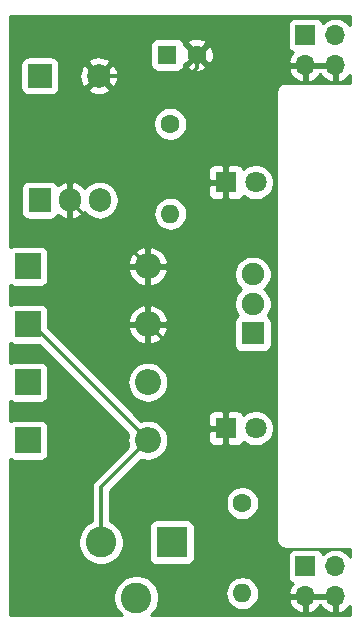
<source format=gbr>
G04 #@! TF.GenerationSoftware,KiCad,Pcbnew,(5.1.4)-1*
G04 #@! TF.CreationDate,2019-09-17T14:56:49+03:00*
G04 #@! TF.ProjectId,Project_1_Breadboard_power_supply,50726f6a-6563-4745-9f31-5f4272656164,v1*
G04 #@! TF.SameCoordinates,Original*
G04 #@! TF.FileFunction,Copper,L2,Bot*
G04 #@! TF.FilePolarity,Positive*
%FSLAX46Y46*%
G04 Gerber Fmt 4.6, Leading zero omitted, Abs format (unit mm)*
G04 Created by KiCad (PCBNEW (5.1.4)-1) date 2019-09-17 14:56:49*
%MOMM*%
%LPD*%
G04 APERTURE LIST*
%ADD10R,2.000000X2.000000*%
%ADD11C,2.000000*%
%ADD12R,1.600000X1.600000*%
%ADD13C,1.600000*%
%ADD14O,2.200000X2.200000*%
%ADD15R,2.200000X2.200000*%
%ADD16C,1.800000*%
%ADD17R,1.800000X1.800000*%
%ADD18R,2.600000X2.600000*%
%ADD19C,2.600000*%
%ADD20O,1.700000X1.700000*%
%ADD21R,1.700000X1.700000*%
%ADD22O,1.600000X1.600000*%
%ADD23R,1.900000X1.900000*%
%ADD24C,1.900000*%
%ADD25R,1.905000X2.000000*%
%ADD26O,1.905000X2.000000*%
%ADD27C,0.300000*%
%ADD28C,0.254000*%
G04 APERTURE END LIST*
D10*
X132334000Y-69977000D03*
D11*
X137334000Y-69977000D03*
D12*
X143129000Y-68199000D03*
D13*
X145629000Y-68199000D03*
D14*
X141478000Y-95927332D03*
D15*
X131318000Y-95927332D03*
D14*
X141478000Y-86106000D03*
D15*
X131318000Y-86106000D03*
X131318000Y-100838000D03*
D14*
X141478000Y-100838000D03*
D15*
X131318000Y-91016666D03*
D14*
X141478000Y-91016666D03*
D16*
X150622000Y-99822000D03*
D17*
X148082000Y-99822000D03*
X148082000Y-78994000D03*
D16*
X150622000Y-78994000D03*
D18*
X143510000Y-109474000D03*
D19*
X137510000Y-109474000D03*
X140510000Y-114174000D03*
D20*
X157353000Y-69084000D03*
X154813000Y-69084000D03*
X157353000Y-66544000D03*
D21*
X154813000Y-66544000D03*
X154813000Y-111506000D03*
D20*
X157353000Y-111506000D03*
X154813000Y-114046000D03*
X157353000Y-114046000D03*
D22*
X149479000Y-113792000D03*
D13*
X149479000Y-106172000D03*
X143383000Y-74041000D03*
D22*
X143383000Y-81661000D03*
D23*
X150368000Y-91788000D03*
D24*
X150368000Y-89288000D03*
X150368000Y-86788000D03*
D25*
X132334000Y-80518000D03*
D26*
X134874000Y-80518000D03*
X137414000Y-80518000D03*
D27*
X141478000Y-91016666D02*
X141478000Y-86106000D01*
X134874000Y-80565500D02*
X134874000Y-80518000D01*
X139314501Y-85006001D02*
X134874000Y-80565500D01*
X140378001Y-85006001D02*
X139314501Y-85006001D01*
X141478000Y-86106000D02*
X140378001Y-85006001D01*
X134874000Y-72437000D02*
X137334000Y-69977000D01*
X134874000Y-80518000D02*
X134874000Y-72437000D01*
X138748213Y-69977000D02*
X137334000Y-69977000D01*
X144982370Y-69977000D02*
X138748213Y-69977000D01*
X145629000Y-69330370D02*
X144982370Y-69977000D01*
X145629000Y-68199000D02*
X145629000Y-69330370D01*
X154813000Y-69084000D02*
X157353000Y-69084000D01*
X146514000Y-69084000D02*
X145629000Y-68199000D01*
X154813000Y-69084000D02*
X146514000Y-69084000D01*
X148082000Y-70652000D02*
X145629000Y-68199000D01*
X148082000Y-78994000D02*
X148082000Y-70652000D01*
X157353000Y-114046000D02*
X154813000Y-114046000D01*
X148082000Y-101022000D02*
X148082000Y-99822000D01*
X148082000Y-108517081D02*
X148082000Y-101022000D01*
X153610919Y-114046000D02*
X148082000Y-108517081D01*
X154813000Y-114046000D02*
X153610919Y-114046000D01*
X148082000Y-97620666D02*
X141478000Y-91016666D01*
X148082000Y-99822000D02*
X148082000Y-97620666D01*
X137510000Y-104806000D02*
X141478000Y-100838000D01*
X137510000Y-109474000D02*
X137510000Y-104806000D01*
X131656666Y-91016666D02*
X131318000Y-91016666D01*
X141478000Y-100838000D02*
X131656666Y-91016666D01*
D28*
G36*
X158598001Y-65723021D02*
G01*
X158593706Y-65714986D01*
X158408134Y-65488866D01*
X158182014Y-65303294D01*
X157924034Y-65165401D01*
X157644111Y-65080487D01*
X157425950Y-65059000D01*
X157280050Y-65059000D01*
X157061889Y-65080487D01*
X156781966Y-65165401D01*
X156523986Y-65303294D01*
X156297866Y-65488866D01*
X156273393Y-65518687D01*
X156252502Y-65449820D01*
X156193537Y-65339506D01*
X156114185Y-65242815D01*
X156017494Y-65163463D01*
X155907180Y-65104498D01*
X155787482Y-65068188D01*
X155663000Y-65055928D01*
X153963000Y-65055928D01*
X153838518Y-65068188D01*
X153718820Y-65104498D01*
X153608506Y-65163463D01*
X153511815Y-65242815D01*
X153432463Y-65339506D01*
X153373498Y-65449820D01*
X153337188Y-65569518D01*
X153324928Y-65694000D01*
X153324928Y-67394000D01*
X153337188Y-67518482D01*
X153373498Y-67638180D01*
X153432463Y-67748494D01*
X153511815Y-67845185D01*
X153608506Y-67924537D01*
X153718820Y-67983502D01*
X153799466Y-68007966D01*
X153715412Y-68083731D01*
X153541359Y-68317080D01*
X153416175Y-68579901D01*
X153371524Y-68727110D01*
X153492845Y-68957000D01*
X154686000Y-68957000D01*
X154686000Y-68937000D01*
X154940000Y-68937000D01*
X154940000Y-68957000D01*
X157226000Y-68957000D01*
X157226000Y-68937000D01*
X157480000Y-68937000D01*
X157480000Y-68957000D01*
X157500000Y-68957000D01*
X157500000Y-69211000D01*
X157480000Y-69211000D01*
X157480000Y-70404814D01*
X157709891Y-70525481D01*
X157984252Y-70428157D01*
X158234355Y-70279178D01*
X158450588Y-70084269D01*
X158598000Y-69886637D01*
X158598000Y-70587000D01*
X153067419Y-70587000D01*
X153035000Y-70583807D01*
X153002581Y-70587000D01*
X152905617Y-70596550D01*
X152781207Y-70634290D01*
X152666550Y-70695575D01*
X152566052Y-70778052D01*
X152483575Y-70878550D01*
X152422290Y-70993207D01*
X152384550Y-71117617D01*
X152371807Y-71247000D01*
X152375001Y-71279429D01*
X152375000Y-109314581D01*
X152371807Y-109347000D01*
X152384550Y-109476383D01*
X152422290Y-109600793D01*
X152483575Y-109715450D01*
X152566052Y-109815948D01*
X152666550Y-109898425D01*
X152781207Y-109959710D01*
X152905617Y-109997450D01*
X153035000Y-110010193D01*
X153067419Y-110007000D01*
X158598000Y-110007000D01*
X158598000Y-110685020D01*
X158593706Y-110676986D01*
X158408134Y-110450866D01*
X158182014Y-110265294D01*
X157924034Y-110127401D01*
X157644111Y-110042487D01*
X157425950Y-110021000D01*
X157280050Y-110021000D01*
X157061889Y-110042487D01*
X156781966Y-110127401D01*
X156523986Y-110265294D01*
X156297866Y-110450866D01*
X156273393Y-110480687D01*
X156252502Y-110411820D01*
X156193537Y-110301506D01*
X156114185Y-110204815D01*
X156017494Y-110125463D01*
X155907180Y-110066498D01*
X155787482Y-110030188D01*
X155663000Y-110017928D01*
X153963000Y-110017928D01*
X153838518Y-110030188D01*
X153718820Y-110066498D01*
X153608506Y-110125463D01*
X153511815Y-110204815D01*
X153432463Y-110301506D01*
X153373498Y-110411820D01*
X153337188Y-110531518D01*
X153324928Y-110656000D01*
X153324928Y-112356000D01*
X153337188Y-112480482D01*
X153373498Y-112600180D01*
X153432463Y-112710494D01*
X153511815Y-112807185D01*
X153608506Y-112886537D01*
X153718820Y-112945502D01*
X153799466Y-112969966D01*
X153715412Y-113045731D01*
X153541359Y-113279080D01*
X153416175Y-113541901D01*
X153371524Y-113689110D01*
X153492845Y-113919000D01*
X154686000Y-113919000D01*
X154686000Y-113899000D01*
X154940000Y-113899000D01*
X154940000Y-113919000D01*
X157226000Y-113919000D01*
X157226000Y-113899000D01*
X157480000Y-113899000D01*
X157480000Y-113919000D01*
X157500000Y-113919000D01*
X157500000Y-114173000D01*
X157480000Y-114173000D01*
X157480000Y-115366814D01*
X157709891Y-115487481D01*
X157984252Y-115390157D01*
X158234355Y-115241178D01*
X158450588Y-115046269D01*
X158598001Y-114848636D01*
X158598001Y-115672000D01*
X141748504Y-115672000D01*
X142013013Y-115407491D01*
X142224775Y-115090566D01*
X142370639Y-114738419D01*
X142445000Y-114364581D01*
X142445000Y-113983419D01*
X142406925Y-113792000D01*
X148037057Y-113792000D01*
X148064764Y-114073309D01*
X148146818Y-114343808D01*
X148280068Y-114593101D01*
X148459392Y-114811608D01*
X148677899Y-114990932D01*
X148927192Y-115124182D01*
X149197691Y-115206236D01*
X149408508Y-115227000D01*
X149549492Y-115227000D01*
X149760309Y-115206236D01*
X150030808Y-115124182D01*
X150280101Y-114990932D01*
X150498608Y-114811608D01*
X150677932Y-114593101D01*
X150779601Y-114402890D01*
X153371524Y-114402890D01*
X153416175Y-114550099D01*
X153541359Y-114812920D01*
X153715412Y-115046269D01*
X153931645Y-115241178D01*
X154181748Y-115390157D01*
X154456109Y-115487481D01*
X154686000Y-115366814D01*
X154686000Y-114173000D01*
X154940000Y-114173000D01*
X154940000Y-115366814D01*
X155169891Y-115487481D01*
X155444252Y-115390157D01*
X155694355Y-115241178D01*
X155910588Y-115046269D01*
X156083000Y-114815120D01*
X156255412Y-115046269D01*
X156471645Y-115241178D01*
X156721748Y-115390157D01*
X156996109Y-115487481D01*
X157226000Y-115366814D01*
X157226000Y-114173000D01*
X154940000Y-114173000D01*
X154686000Y-114173000D01*
X153492845Y-114173000D01*
X153371524Y-114402890D01*
X150779601Y-114402890D01*
X150811182Y-114343808D01*
X150893236Y-114073309D01*
X150920943Y-113792000D01*
X150893236Y-113510691D01*
X150811182Y-113240192D01*
X150677932Y-112990899D01*
X150498608Y-112772392D01*
X150280101Y-112593068D01*
X150030808Y-112459818D01*
X149760309Y-112377764D01*
X149549492Y-112357000D01*
X149408508Y-112357000D01*
X149197691Y-112377764D01*
X148927192Y-112459818D01*
X148677899Y-112593068D01*
X148459392Y-112772392D01*
X148280068Y-112990899D01*
X148146818Y-113240192D01*
X148064764Y-113510691D01*
X148037057Y-113792000D01*
X142406925Y-113792000D01*
X142370639Y-113609581D01*
X142224775Y-113257434D01*
X142013013Y-112940509D01*
X141743491Y-112670987D01*
X141426566Y-112459225D01*
X141074419Y-112313361D01*
X140700581Y-112239000D01*
X140319419Y-112239000D01*
X139945581Y-112313361D01*
X139593434Y-112459225D01*
X139276509Y-112670987D01*
X139006987Y-112940509D01*
X138795225Y-113257434D01*
X138649361Y-113609581D01*
X138575000Y-113983419D01*
X138575000Y-114364581D01*
X138649361Y-114738419D01*
X138795225Y-115090566D01*
X139006987Y-115407491D01*
X139271496Y-115672000D01*
X129819000Y-115672000D01*
X129819000Y-102432012D01*
X129863506Y-102468537D01*
X129973820Y-102527502D01*
X130093518Y-102563812D01*
X130218000Y-102576072D01*
X132418000Y-102576072D01*
X132542482Y-102563812D01*
X132662180Y-102527502D01*
X132772494Y-102468537D01*
X132869185Y-102389185D01*
X132948537Y-102292494D01*
X133007502Y-102182180D01*
X133043812Y-102062482D01*
X133056072Y-101938000D01*
X133056072Y-99738000D01*
X133043812Y-99613518D01*
X133007502Y-99493820D01*
X132948537Y-99383506D01*
X132869185Y-99286815D01*
X132772494Y-99207463D01*
X132662180Y-99148498D01*
X132542482Y-99112188D01*
X132418000Y-99099928D01*
X130218000Y-99099928D01*
X130093518Y-99112188D01*
X129973820Y-99148498D01*
X129863506Y-99207463D01*
X129819000Y-99243988D01*
X129819000Y-97521344D01*
X129863506Y-97557869D01*
X129973820Y-97616834D01*
X130093518Y-97653144D01*
X130218000Y-97665404D01*
X132418000Y-97665404D01*
X132542482Y-97653144D01*
X132662180Y-97616834D01*
X132772494Y-97557869D01*
X132869185Y-97478517D01*
X132948537Y-97381826D01*
X133007502Y-97271512D01*
X133043812Y-97151814D01*
X133056072Y-97027332D01*
X133056072Y-94827332D01*
X133043812Y-94702850D01*
X133007502Y-94583152D01*
X132948537Y-94472838D01*
X132869185Y-94376147D01*
X132772494Y-94296795D01*
X132662180Y-94237830D01*
X132542482Y-94201520D01*
X132418000Y-94189260D01*
X130218000Y-94189260D01*
X130093518Y-94201520D01*
X129973820Y-94237830D01*
X129863506Y-94296795D01*
X129819000Y-94333320D01*
X129819000Y-92610678D01*
X129863506Y-92647203D01*
X129973820Y-92706168D01*
X130093518Y-92742478D01*
X130218000Y-92754738D01*
X132284581Y-92754738D01*
X139828530Y-100298687D01*
X139768105Y-100497881D01*
X139734606Y-100838000D01*
X139768105Y-101178119D01*
X139828530Y-101377313D01*
X136982185Y-104223658D01*
X136952237Y-104248236D01*
X136927659Y-104278184D01*
X136927655Y-104278188D01*
X136894690Y-104318356D01*
X136854139Y-104367767D01*
X136815177Y-104440660D01*
X136781246Y-104504141D01*
X136736359Y-104652114D01*
X136721203Y-104806000D01*
X136725001Y-104844563D01*
X136725000Y-107704728D01*
X136593434Y-107759225D01*
X136276509Y-107970987D01*
X136006987Y-108240509D01*
X135795225Y-108557434D01*
X135649361Y-108909581D01*
X135575000Y-109283419D01*
X135575000Y-109664581D01*
X135649361Y-110038419D01*
X135795225Y-110390566D01*
X136006987Y-110707491D01*
X136276509Y-110977013D01*
X136593434Y-111188775D01*
X136945581Y-111334639D01*
X137319419Y-111409000D01*
X137700581Y-111409000D01*
X138074419Y-111334639D01*
X138426566Y-111188775D01*
X138743491Y-110977013D01*
X139013013Y-110707491D01*
X139224775Y-110390566D01*
X139370639Y-110038419D01*
X139445000Y-109664581D01*
X139445000Y-109283419D01*
X139370639Y-108909581D01*
X139224775Y-108557434D01*
X139013013Y-108240509D01*
X138946504Y-108174000D01*
X141571928Y-108174000D01*
X141571928Y-110774000D01*
X141584188Y-110898482D01*
X141620498Y-111018180D01*
X141679463Y-111128494D01*
X141758815Y-111225185D01*
X141855506Y-111304537D01*
X141965820Y-111363502D01*
X142085518Y-111399812D01*
X142210000Y-111412072D01*
X144810000Y-111412072D01*
X144934482Y-111399812D01*
X145054180Y-111363502D01*
X145164494Y-111304537D01*
X145261185Y-111225185D01*
X145340537Y-111128494D01*
X145399502Y-111018180D01*
X145435812Y-110898482D01*
X145448072Y-110774000D01*
X145448072Y-108174000D01*
X145435812Y-108049518D01*
X145399502Y-107929820D01*
X145340537Y-107819506D01*
X145261185Y-107722815D01*
X145164494Y-107643463D01*
X145054180Y-107584498D01*
X144934482Y-107548188D01*
X144810000Y-107535928D01*
X142210000Y-107535928D01*
X142085518Y-107548188D01*
X141965820Y-107584498D01*
X141855506Y-107643463D01*
X141758815Y-107722815D01*
X141679463Y-107819506D01*
X141620498Y-107929820D01*
X141584188Y-108049518D01*
X141571928Y-108174000D01*
X138946504Y-108174000D01*
X138743491Y-107970987D01*
X138426566Y-107759225D01*
X138295000Y-107704729D01*
X138295000Y-106030665D01*
X148044000Y-106030665D01*
X148044000Y-106313335D01*
X148099147Y-106590574D01*
X148207320Y-106851727D01*
X148364363Y-107086759D01*
X148564241Y-107286637D01*
X148799273Y-107443680D01*
X149060426Y-107551853D01*
X149337665Y-107607000D01*
X149620335Y-107607000D01*
X149897574Y-107551853D01*
X150158727Y-107443680D01*
X150393759Y-107286637D01*
X150593637Y-107086759D01*
X150750680Y-106851727D01*
X150858853Y-106590574D01*
X150914000Y-106313335D01*
X150914000Y-106030665D01*
X150858853Y-105753426D01*
X150750680Y-105492273D01*
X150593637Y-105257241D01*
X150393759Y-105057363D01*
X150158727Y-104900320D01*
X149897574Y-104792147D01*
X149620335Y-104737000D01*
X149337665Y-104737000D01*
X149060426Y-104792147D01*
X148799273Y-104900320D01*
X148564241Y-105057363D01*
X148364363Y-105257241D01*
X148207320Y-105492273D01*
X148099147Y-105753426D01*
X148044000Y-106030665D01*
X138295000Y-106030665D01*
X138295000Y-105131157D01*
X140938687Y-102487470D01*
X141137881Y-102547895D01*
X141392775Y-102573000D01*
X141563225Y-102573000D01*
X141818119Y-102547895D01*
X142145168Y-102448686D01*
X142446578Y-102287579D01*
X142710766Y-102070766D01*
X142927579Y-101806578D01*
X143088686Y-101505168D01*
X143187895Y-101178119D01*
X143221394Y-100838000D01*
X143209969Y-100722000D01*
X146543928Y-100722000D01*
X146556188Y-100846482D01*
X146592498Y-100966180D01*
X146651463Y-101076494D01*
X146730815Y-101173185D01*
X146827506Y-101252537D01*
X146937820Y-101311502D01*
X147057518Y-101347812D01*
X147182000Y-101360072D01*
X147796250Y-101357000D01*
X147955000Y-101198250D01*
X147955000Y-99949000D01*
X146705750Y-99949000D01*
X146547000Y-100107750D01*
X146543928Y-100722000D01*
X143209969Y-100722000D01*
X143187895Y-100497881D01*
X143088686Y-100170832D01*
X142927579Y-99869422D01*
X142710766Y-99605234D01*
X142446578Y-99388421D01*
X142145168Y-99227314D01*
X141818119Y-99128105D01*
X141563225Y-99103000D01*
X141392775Y-99103000D01*
X141137881Y-99128105D01*
X140938687Y-99188530D01*
X140672157Y-98922000D01*
X146543928Y-98922000D01*
X146547000Y-99536250D01*
X146705750Y-99695000D01*
X147955000Y-99695000D01*
X147955000Y-98445750D01*
X148209000Y-98445750D01*
X148209000Y-99695000D01*
X148229000Y-99695000D01*
X148229000Y-99949000D01*
X148209000Y-99949000D01*
X148209000Y-101198250D01*
X148367750Y-101357000D01*
X148982000Y-101360072D01*
X149106482Y-101347812D01*
X149226180Y-101311502D01*
X149336494Y-101252537D01*
X149433185Y-101173185D01*
X149512537Y-101076494D01*
X149571502Y-100966180D01*
X149577056Y-100947873D01*
X149643495Y-101014312D01*
X149894905Y-101182299D01*
X150174257Y-101298011D01*
X150470816Y-101357000D01*
X150773184Y-101357000D01*
X151069743Y-101298011D01*
X151349095Y-101182299D01*
X151600505Y-101014312D01*
X151814312Y-100800505D01*
X151982299Y-100549095D01*
X152098011Y-100269743D01*
X152157000Y-99973184D01*
X152157000Y-99670816D01*
X152098011Y-99374257D01*
X151982299Y-99094905D01*
X151814312Y-98843495D01*
X151600505Y-98629688D01*
X151349095Y-98461701D01*
X151069743Y-98345989D01*
X150773184Y-98287000D01*
X150470816Y-98287000D01*
X150174257Y-98345989D01*
X149894905Y-98461701D01*
X149643495Y-98629688D01*
X149577056Y-98696127D01*
X149571502Y-98677820D01*
X149512537Y-98567506D01*
X149433185Y-98470815D01*
X149336494Y-98391463D01*
X149226180Y-98332498D01*
X149106482Y-98296188D01*
X148982000Y-98283928D01*
X148367750Y-98287000D01*
X148209000Y-98445750D01*
X147955000Y-98445750D01*
X147796250Y-98287000D01*
X147182000Y-98283928D01*
X147057518Y-98296188D01*
X146937820Y-98332498D01*
X146827506Y-98391463D01*
X146730815Y-98470815D01*
X146651463Y-98567506D01*
X146592498Y-98677820D01*
X146556188Y-98797518D01*
X146543928Y-98922000D01*
X140672157Y-98922000D01*
X137677489Y-95927332D01*
X139734606Y-95927332D01*
X139768105Y-96267451D01*
X139867314Y-96594500D01*
X140028421Y-96895910D01*
X140245234Y-97160098D01*
X140509422Y-97376911D01*
X140810832Y-97538018D01*
X141137881Y-97637227D01*
X141392775Y-97662332D01*
X141563225Y-97662332D01*
X141818119Y-97637227D01*
X142145168Y-97538018D01*
X142446578Y-97376911D01*
X142710766Y-97160098D01*
X142927579Y-96895910D01*
X143088686Y-96594500D01*
X143187895Y-96267451D01*
X143221394Y-95927332D01*
X143187895Y-95587213D01*
X143088686Y-95260164D01*
X142927579Y-94958754D01*
X142710766Y-94694566D01*
X142446578Y-94477753D01*
X142145168Y-94316646D01*
X141818119Y-94217437D01*
X141563225Y-94192332D01*
X141392775Y-94192332D01*
X141137881Y-94217437D01*
X140810832Y-94316646D01*
X140509422Y-94477753D01*
X140245234Y-94694566D01*
X140028421Y-94958754D01*
X139867314Y-95260164D01*
X139768105Y-95587213D01*
X139734606Y-95927332D01*
X137677489Y-95927332D01*
X133162945Y-91412788D01*
X139788825Y-91412788D01*
X139853425Y-91625760D01*
X140003469Y-91930995D01*
X140210178Y-92201093D01*
X140465609Y-92425674D01*
X140759946Y-92596108D01*
X141081877Y-92705845D01*
X141351000Y-92588266D01*
X141351000Y-91143666D01*
X141605000Y-91143666D01*
X141605000Y-92588266D01*
X141874123Y-92705845D01*
X142196054Y-92596108D01*
X142490391Y-92425674D01*
X142745822Y-92201093D01*
X142952531Y-91930995D01*
X143102575Y-91625760D01*
X143167175Y-91412788D01*
X143049125Y-91143666D01*
X141605000Y-91143666D01*
X141351000Y-91143666D01*
X139906875Y-91143666D01*
X139788825Y-91412788D01*
X133162945Y-91412788D01*
X133056072Y-91305915D01*
X133056072Y-90620544D01*
X139788825Y-90620544D01*
X139906875Y-90889666D01*
X141351000Y-90889666D01*
X141351000Y-89445066D01*
X141605000Y-89445066D01*
X141605000Y-90889666D01*
X143049125Y-90889666D01*
X143071788Y-90838000D01*
X148779928Y-90838000D01*
X148779928Y-92738000D01*
X148792188Y-92862482D01*
X148828498Y-92982180D01*
X148887463Y-93092494D01*
X148966815Y-93189185D01*
X149063506Y-93268537D01*
X149173820Y-93327502D01*
X149293518Y-93363812D01*
X149418000Y-93376072D01*
X151318000Y-93376072D01*
X151442482Y-93363812D01*
X151562180Y-93327502D01*
X151672494Y-93268537D01*
X151769185Y-93189185D01*
X151848537Y-93092494D01*
X151907502Y-92982180D01*
X151943812Y-92862482D01*
X151956072Y-92738000D01*
X151956072Y-90838000D01*
X151943812Y-90713518D01*
X151907502Y-90593820D01*
X151848537Y-90483506D01*
X151769185Y-90386815D01*
X151672494Y-90307463D01*
X151613979Y-90276186D01*
X151772609Y-90038779D01*
X151892089Y-89750327D01*
X151953000Y-89444109D01*
X151953000Y-89131891D01*
X151892089Y-88825673D01*
X151772609Y-88537221D01*
X151599150Y-88277621D01*
X151378379Y-88056850D01*
X151350168Y-88038000D01*
X151378379Y-88019150D01*
X151599150Y-87798379D01*
X151772609Y-87538779D01*
X151892089Y-87250327D01*
X151953000Y-86944109D01*
X151953000Y-86631891D01*
X151892089Y-86325673D01*
X151772609Y-86037221D01*
X151599150Y-85777621D01*
X151378379Y-85556850D01*
X151118779Y-85383391D01*
X150830327Y-85263911D01*
X150524109Y-85203000D01*
X150211891Y-85203000D01*
X149905673Y-85263911D01*
X149617221Y-85383391D01*
X149357621Y-85556850D01*
X149136850Y-85777621D01*
X148963391Y-86037221D01*
X148843911Y-86325673D01*
X148783000Y-86631891D01*
X148783000Y-86944109D01*
X148843911Y-87250327D01*
X148963391Y-87538779D01*
X149136850Y-87798379D01*
X149357621Y-88019150D01*
X149385832Y-88038000D01*
X149357621Y-88056850D01*
X149136850Y-88277621D01*
X148963391Y-88537221D01*
X148843911Y-88825673D01*
X148783000Y-89131891D01*
X148783000Y-89444109D01*
X148843911Y-89750327D01*
X148963391Y-90038779D01*
X149122021Y-90276186D01*
X149063506Y-90307463D01*
X148966815Y-90386815D01*
X148887463Y-90483506D01*
X148828498Y-90593820D01*
X148792188Y-90713518D01*
X148779928Y-90838000D01*
X143071788Y-90838000D01*
X143167175Y-90620544D01*
X143102575Y-90407572D01*
X142952531Y-90102337D01*
X142745822Y-89832239D01*
X142490391Y-89607658D01*
X142196054Y-89437224D01*
X141874123Y-89327487D01*
X141605000Y-89445066D01*
X141351000Y-89445066D01*
X141081877Y-89327487D01*
X140759946Y-89437224D01*
X140465609Y-89607658D01*
X140210178Y-89832239D01*
X140003469Y-90102337D01*
X139853425Y-90407572D01*
X139788825Y-90620544D01*
X133056072Y-90620544D01*
X133056072Y-89916666D01*
X133043812Y-89792184D01*
X133007502Y-89672486D01*
X132948537Y-89562172D01*
X132869185Y-89465481D01*
X132772494Y-89386129D01*
X132662180Y-89327164D01*
X132542482Y-89290854D01*
X132418000Y-89278594D01*
X130218000Y-89278594D01*
X130093518Y-89290854D01*
X129973820Y-89327164D01*
X129863506Y-89386129D01*
X129819000Y-89422654D01*
X129819000Y-87700012D01*
X129863506Y-87736537D01*
X129973820Y-87795502D01*
X130093518Y-87831812D01*
X130218000Y-87844072D01*
X132418000Y-87844072D01*
X132542482Y-87831812D01*
X132662180Y-87795502D01*
X132772494Y-87736537D01*
X132869185Y-87657185D01*
X132948537Y-87560494D01*
X133007502Y-87450180D01*
X133043812Y-87330482D01*
X133056072Y-87206000D01*
X133056072Y-86502122D01*
X139788825Y-86502122D01*
X139853425Y-86715094D01*
X140003469Y-87020329D01*
X140210178Y-87290427D01*
X140465609Y-87515008D01*
X140759946Y-87685442D01*
X141081877Y-87795179D01*
X141351000Y-87677600D01*
X141351000Y-86233000D01*
X141605000Y-86233000D01*
X141605000Y-87677600D01*
X141874123Y-87795179D01*
X142196054Y-87685442D01*
X142490391Y-87515008D01*
X142745822Y-87290427D01*
X142952531Y-87020329D01*
X143102575Y-86715094D01*
X143167175Y-86502122D01*
X143049125Y-86233000D01*
X141605000Y-86233000D01*
X141351000Y-86233000D01*
X139906875Y-86233000D01*
X139788825Y-86502122D01*
X133056072Y-86502122D01*
X133056072Y-85709878D01*
X139788825Y-85709878D01*
X139906875Y-85979000D01*
X141351000Y-85979000D01*
X141351000Y-84534400D01*
X141605000Y-84534400D01*
X141605000Y-85979000D01*
X143049125Y-85979000D01*
X143167175Y-85709878D01*
X143102575Y-85496906D01*
X142952531Y-85191671D01*
X142745822Y-84921573D01*
X142490391Y-84696992D01*
X142196054Y-84526558D01*
X141874123Y-84416821D01*
X141605000Y-84534400D01*
X141351000Y-84534400D01*
X141081877Y-84416821D01*
X140759946Y-84526558D01*
X140465609Y-84696992D01*
X140210178Y-84921573D01*
X140003469Y-85191671D01*
X139853425Y-85496906D01*
X139788825Y-85709878D01*
X133056072Y-85709878D01*
X133056072Y-85006000D01*
X133043812Y-84881518D01*
X133007502Y-84761820D01*
X132948537Y-84651506D01*
X132869185Y-84554815D01*
X132772494Y-84475463D01*
X132662180Y-84416498D01*
X132542482Y-84380188D01*
X132418000Y-84367928D01*
X130218000Y-84367928D01*
X130093518Y-84380188D01*
X129973820Y-84416498D01*
X129863506Y-84475463D01*
X129819000Y-84511988D01*
X129819000Y-79518000D01*
X130743428Y-79518000D01*
X130743428Y-81518000D01*
X130755688Y-81642482D01*
X130791998Y-81762180D01*
X130850963Y-81872494D01*
X130930315Y-81969185D01*
X131027006Y-82048537D01*
X131137320Y-82107502D01*
X131257018Y-82143812D01*
X131381500Y-82156072D01*
X133286500Y-82156072D01*
X133410982Y-82143812D01*
X133530680Y-82107502D01*
X133640994Y-82048537D01*
X133737685Y-81969185D01*
X133817037Y-81872494D01*
X133866059Y-81780781D01*
X134007077Y-81893969D01*
X134282906Y-82037571D01*
X134501020Y-82108563D01*
X134747000Y-81988594D01*
X134747000Y-80645000D01*
X134727000Y-80645000D01*
X134727000Y-80391000D01*
X134747000Y-80391000D01*
X134747000Y-79047406D01*
X135001000Y-79047406D01*
X135001000Y-80391000D01*
X135021000Y-80391000D01*
X135021000Y-80645000D01*
X135001000Y-80645000D01*
X135001000Y-81988594D01*
X135246980Y-82108563D01*
X135465094Y-82037571D01*
X135740923Y-81893969D01*
X135983437Y-81699315D01*
X136138837Y-81514101D01*
X136286037Y-81693463D01*
X136527766Y-81891845D01*
X136803552Y-82039255D01*
X137102797Y-82130030D01*
X137414000Y-82160681D01*
X137725204Y-82130030D01*
X138024449Y-82039255D01*
X138300235Y-81891845D01*
X138541963Y-81693463D01*
X138568604Y-81661000D01*
X141941057Y-81661000D01*
X141968764Y-81942309D01*
X142050818Y-82212808D01*
X142184068Y-82462101D01*
X142363392Y-82680608D01*
X142581899Y-82859932D01*
X142831192Y-82993182D01*
X143101691Y-83075236D01*
X143312508Y-83096000D01*
X143453492Y-83096000D01*
X143664309Y-83075236D01*
X143934808Y-82993182D01*
X144184101Y-82859932D01*
X144402608Y-82680608D01*
X144581932Y-82462101D01*
X144715182Y-82212808D01*
X144797236Y-81942309D01*
X144824943Y-81661000D01*
X144797236Y-81379691D01*
X144715182Y-81109192D01*
X144581932Y-80859899D01*
X144402608Y-80641392D01*
X144184101Y-80462068D01*
X143934808Y-80328818D01*
X143664309Y-80246764D01*
X143453492Y-80226000D01*
X143312508Y-80226000D01*
X143101691Y-80246764D01*
X142831192Y-80328818D01*
X142581899Y-80462068D01*
X142363392Y-80641392D01*
X142184068Y-80859899D01*
X142050818Y-81109192D01*
X141968764Y-81379691D01*
X141941057Y-81661000D01*
X138568604Y-81661000D01*
X138740345Y-81451734D01*
X138887755Y-81175948D01*
X138978530Y-80876703D01*
X139001500Y-80643485D01*
X139001500Y-80392514D01*
X138978530Y-80159296D01*
X138898054Y-79894000D01*
X146543928Y-79894000D01*
X146556188Y-80018482D01*
X146592498Y-80138180D01*
X146651463Y-80248494D01*
X146730815Y-80345185D01*
X146827506Y-80424537D01*
X146937820Y-80483502D01*
X147057518Y-80519812D01*
X147182000Y-80532072D01*
X147796250Y-80529000D01*
X147955000Y-80370250D01*
X147955000Y-79121000D01*
X146705750Y-79121000D01*
X146547000Y-79279750D01*
X146543928Y-79894000D01*
X138898054Y-79894000D01*
X138887755Y-79860051D01*
X138740345Y-79584265D01*
X138541963Y-79342537D01*
X138300234Y-79144155D01*
X138024448Y-78996745D01*
X137725203Y-78905970D01*
X137414000Y-78875319D01*
X137102796Y-78905970D01*
X136803551Y-78996745D01*
X136527765Y-79144155D01*
X136286037Y-79342537D01*
X136138838Y-79521900D01*
X135983437Y-79336685D01*
X135740923Y-79142031D01*
X135465094Y-78998429D01*
X135246980Y-78927437D01*
X135001000Y-79047406D01*
X134747000Y-79047406D01*
X134501020Y-78927437D01*
X134282906Y-78998429D01*
X134007077Y-79142031D01*
X133866059Y-79255219D01*
X133817037Y-79163506D01*
X133737685Y-79066815D01*
X133640994Y-78987463D01*
X133530680Y-78928498D01*
X133410982Y-78892188D01*
X133286500Y-78879928D01*
X131381500Y-78879928D01*
X131257018Y-78892188D01*
X131137320Y-78928498D01*
X131027006Y-78987463D01*
X130930315Y-79066815D01*
X130850963Y-79163506D01*
X130791998Y-79273820D01*
X130755688Y-79393518D01*
X130743428Y-79518000D01*
X129819000Y-79518000D01*
X129819000Y-78094000D01*
X146543928Y-78094000D01*
X146547000Y-78708250D01*
X146705750Y-78867000D01*
X147955000Y-78867000D01*
X147955000Y-77617750D01*
X148209000Y-77617750D01*
X148209000Y-78867000D01*
X148229000Y-78867000D01*
X148229000Y-79121000D01*
X148209000Y-79121000D01*
X148209000Y-80370250D01*
X148367750Y-80529000D01*
X148982000Y-80532072D01*
X149106482Y-80519812D01*
X149226180Y-80483502D01*
X149336494Y-80424537D01*
X149433185Y-80345185D01*
X149512537Y-80248494D01*
X149571502Y-80138180D01*
X149577056Y-80119873D01*
X149643495Y-80186312D01*
X149894905Y-80354299D01*
X150174257Y-80470011D01*
X150470816Y-80529000D01*
X150773184Y-80529000D01*
X151069743Y-80470011D01*
X151349095Y-80354299D01*
X151600505Y-80186312D01*
X151814312Y-79972505D01*
X151982299Y-79721095D01*
X152098011Y-79441743D01*
X152157000Y-79145184D01*
X152157000Y-78842816D01*
X152098011Y-78546257D01*
X151982299Y-78266905D01*
X151814312Y-78015495D01*
X151600505Y-77801688D01*
X151349095Y-77633701D01*
X151069743Y-77517989D01*
X150773184Y-77459000D01*
X150470816Y-77459000D01*
X150174257Y-77517989D01*
X149894905Y-77633701D01*
X149643495Y-77801688D01*
X149577056Y-77868127D01*
X149571502Y-77849820D01*
X149512537Y-77739506D01*
X149433185Y-77642815D01*
X149336494Y-77563463D01*
X149226180Y-77504498D01*
X149106482Y-77468188D01*
X148982000Y-77455928D01*
X148367750Y-77459000D01*
X148209000Y-77617750D01*
X147955000Y-77617750D01*
X147796250Y-77459000D01*
X147182000Y-77455928D01*
X147057518Y-77468188D01*
X146937820Y-77504498D01*
X146827506Y-77563463D01*
X146730815Y-77642815D01*
X146651463Y-77739506D01*
X146592498Y-77849820D01*
X146556188Y-77969518D01*
X146543928Y-78094000D01*
X129819000Y-78094000D01*
X129819000Y-73899665D01*
X141948000Y-73899665D01*
X141948000Y-74182335D01*
X142003147Y-74459574D01*
X142111320Y-74720727D01*
X142268363Y-74955759D01*
X142468241Y-75155637D01*
X142703273Y-75312680D01*
X142964426Y-75420853D01*
X143241665Y-75476000D01*
X143524335Y-75476000D01*
X143801574Y-75420853D01*
X144062727Y-75312680D01*
X144297759Y-75155637D01*
X144497637Y-74955759D01*
X144654680Y-74720727D01*
X144762853Y-74459574D01*
X144818000Y-74182335D01*
X144818000Y-73899665D01*
X144762853Y-73622426D01*
X144654680Y-73361273D01*
X144497637Y-73126241D01*
X144297759Y-72926363D01*
X144062727Y-72769320D01*
X143801574Y-72661147D01*
X143524335Y-72606000D01*
X143241665Y-72606000D01*
X142964426Y-72661147D01*
X142703273Y-72769320D01*
X142468241Y-72926363D01*
X142268363Y-73126241D01*
X142111320Y-73361273D01*
X142003147Y-73622426D01*
X141948000Y-73899665D01*
X129819000Y-73899665D01*
X129819000Y-68977000D01*
X130695928Y-68977000D01*
X130695928Y-70977000D01*
X130708188Y-71101482D01*
X130744498Y-71221180D01*
X130803463Y-71331494D01*
X130882815Y-71428185D01*
X130979506Y-71507537D01*
X131089820Y-71566502D01*
X131209518Y-71602812D01*
X131334000Y-71615072D01*
X133334000Y-71615072D01*
X133458482Y-71602812D01*
X133578180Y-71566502D01*
X133688494Y-71507537D01*
X133785185Y-71428185D01*
X133864537Y-71331494D01*
X133923502Y-71221180D01*
X133956496Y-71112413D01*
X136378192Y-71112413D01*
X136473956Y-71376814D01*
X136763571Y-71517704D01*
X137075108Y-71599384D01*
X137396595Y-71618718D01*
X137715675Y-71574961D01*
X138020088Y-71469795D01*
X138194044Y-71376814D01*
X138289808Y-71112413D01*
X137334000Y-70156605D01*
X136378192Y-71112413D01*
X133956496Y-71112413D01*
X133959812Y-71101482D01*
X133972072Y-70977000D01*
X133972072Y-70039595D01*
X135692282Y-70039595D01*
X135736039Y-70358675D01*
X135841205Y-70663088D01*
X135934186Y-70837044D01*
X136198587Y-70932808D01*
X137154395Y-69977000D01*
X137513605Y-69977000D01*
X138469413Y-70932808D01*
X138733814Y-70837044D01*
X138874704Y-70547429D01*
X138956384Y-70235892D01*
X138975718Y-69914405D01*
X138931961Y-69595325D01*
X138826795Y-69290912D01*
X138733814Y-69116956D01*
X138469413Y-69021192D01*
X137513605Y-69977000D01*
X137154395Y-69977000D01*
X136198587Y-69021192D01*
X135934186Y-69116956D01*
X135793296Y-69406571D01*
X135711616Y-69718108D01*
X135692282Y-70039595D01*
X133972072Y-70039595D01*
X133972072Y-68977000D01*
X133959812Y-68852518D01*
X133956497Y-68841587D01*
X136378192Y-68841587D01*
X137334000Y-69797395D01*
X138289808Y-68841587D01*
X138194044Y-68577186D01*
X137904429Y-68436296D01*
X137592892Y-68354616D01*
X137271405Y-68335282D01*
X136952325Y-68379039D01*
X136647912Y-68484205D01*
X136473956Y-68577186D01*
X136378192Y-68841587D01*
X133956497Y-68841587D01*
X133923502Y-68732820D01*
X133864537Y-68622506D01*
X133785185Y-68525815D01*
X133688494Y-68446463D01*
X133578180Y-68387498D01*
X133458482Y-68351188D01*
X133334000Y-68338928D01*
X131334000Y-68338928D01*
X131209518Y-68351188D01*
X131089820Y-68387498D01*
X130979506Y-68446463D01*
X130882815Y-68525815D01*
X130803463Y-68622506D01*
X130744498Y-68732820D01*
X130708188Y-68852518D01*
X130695928Y-68977000D01*
X129819000Y-68977000D01*
X129819000Y-67399000D01*
X141690928Y-67399000D01*
X141690928Y-68999000D01*
X141703188Y-69123482D01*
X141739498Y-69243180D01*
X141798463Y-69353494D01*
X141877815Y-69450185D01*
X141974506Y-69529537D01*
X142084820Y-69588502D01*
X142204518Y-69624812D01*
X142329000Y-69637072D01*
X143929000Y-69637072D01*
X144053482Y-69624812D01*
X144173180Y-69588502D01*
X144283494Y-69529537D01*
X144380185Y-69450185D01*
X144459537Y-69353494D01*
X144518502Y-69243180D01*
X144534117Y-69191702D01*
X144815903Y-69191702D01*
X144887486Y-69435671D01*
X145142996Y-69556571D01*
X145417184Y-69625300D01*
X145699512Y-69639217D01*
X145979130Y-69597787D01*
X146245292Y-69502603D01*
X146360749Y-69440890D01*
X153371524Y-69440890D01*
X153416175Y-69588099D01*
X153541359Y-69850920D01*
X153715412Y-70084269D01*
X153931645Y-70279178D01*
X154181748Y-70428157D01*
X154456109Y-70525481D01*
X154686000Y-70404814D01*
X154686000Y-69211000D01*
X154940000Y-69211000D01*
X154940000Y-70404814D01*
X155169891Y-70525481D01*
X155444252Y-70428157D01*
X155694355Y-70279178D01*
X155910588Y-70084269D01*
X156083000Y-69853120D01*
X156255412Y-70084269D01*
X156471645Y-70279178D01*
X156721748Y-70428157D01*
X156996109Y-70525481D01*
X157226000Y-70404814D01*
X157226000Y-69211000D01*
X154940000Y-69211000D01*
X154686000Y-69211000D01*
X153492845Y-69211000D01*
X153371524Y-69440890D01*
X146360749Y-69440890D01*
X146370514Y-69435671D01*
X146442097Y-69191702D01*
X145629000Y-68378605D01*
X144815903Y-69191702D01*
X144534117Y-69191702D01*
X144554812Y-69123482D01*
X144567072Y-68999000D01*
X144567072Y-68991785D01*
X144636298Y-69012097D01*
X145449395Y-68199000D01*
X145808605Y-68199000D01*
X146621702Y-69012097D01*
X146865671Y-68940514D01*
X146986571Y-68685004D01*
X147055300Y-68410816D01*
X147069217Y-68128488D01*
X147027787Y-67848870D01*
X146932603Y-67582708D01*
X146865671Y-67457486D01*
X146621702Y-67385903D01*
X145808605Y-68199000D01*
X145449395Y-68199000D01*
X144636298Y-67385903D01*
X144567072Y-67406215D01*
X144567072Y-67399000D01*
X144554812Y-67274518D01*
X144534118Y-67206298D01*
X144815903Y-67206298D01*
X145629000Y-68019395D01*
X146442097Y-67206298D01*
X146370514Y-66962329D01*
X146115004Y-66841429D01*
X145840816Y-66772700D01*
X145558488Y-66758783D01*
X145278870Y-66800213D01*
X145012708Y-66895397D01*
X144887486Y-66962329D01*
X144815903Y-67206298D01*
X144534118Y-67206298D01*
X144518502Y-67154820D01*
X144459537Y-67044506D01*
X144380185Y-66947815D01*
X144283494Y-66868463D01*
X144173180Y-66809498D01*
X144053482Y-66773188D01*
X143929000Y-66760928D01*
X142329000Y-66760928D01*
X142204518Y-66773188D01*
X142084820Y-66809498D01*
X141974506Y-66868463D01*
X141877815Y-66947815D01*
X141798463Y-67044506D01*
X141739498Y-67154820D01*
X141703188Y-67274518D01*
X141690928Y-67399000D01*
X129819000Y-67399000D01*
X129819000Y-64922000D01*
X158598001Y-64922000D01*
X158598001Y-65723021D01*
X158598001Y-65723021D01*
G37*
X158598001Y-65723021D02*
X158593706Y-65714986D01*
X158408134Y-65488866D01*
X158182014Y-65303294D01*
X157924034Y-65165401D01*
X157644111Y-65080487D01*
X157425950Y-65059000D01*
X157280050Y-65059000D01*
X157061889Y-65080487D01*
X156781966Y-65165401D01*
X156523986Y-65303294D01*
X156297866Y-65488866D01*
X156273393Y-65518687D01*
X156252502Y-65449820D01*
X156193537Y-65339506D01*
X156114185Y-65242815D01*
X156017494Y-65163463D01*
X155907180Y-65104498D01*
X155787482Y-65068188D01*
X155663000Y-65055928D01*
X153963000Y-65055928D01*
X153838518Y-65068188D01*
X153718820Y-65104498D01*
X153608506Y-65163463D01*
X153511815Y-65242815D01*
X153432463Y-65339506D01*
X153373498Y-65449820D01*
X153337188Y-65569518D01*
X153324928Y-65694000D01*
X153324928Y-67394000D01*
X153337188Y-67518482D01*
X153373498Y-67638180D01*
X153432463Y-67748494D01*
X153511815Y-67845185D01*
X153608506Y-67924537D01*
X153718820Y-67983502D01*
X153799466Y-68007966D01*
X153715412Y-68083731D01*
X153541359Y-68317080D01*
X153416175Y-68579901D01*
X153371524Y-68727110D01*
X153492845Y-68957000D01*
X154686000Y-68957000D01*
X154686000Y-68937000D01*
X154940000Y-68937000D01*
X154940000Y-68957000D01*
X157226000Y-68957000D01*
X157226000Y-68937000D01*
X157480000Y-68937000D01*
X157480000Y-68957000D01*
X157500000Y-68957000D01*
X157500000Y-69211000D01*
X157480000Y-69211000D01*
X157480000Y-70404814D01*
X157709891Y-70525481D01*
X157984252Y-70428157D01*
X158234355Y-70279178D01*
X158450588Y-70084269D01*
X158598000Y-69886637D01*
X158598000Y-70587000D01*
X153067419Y-70587000D01*
X153035000Y-70583807D01*
X153002581Y-70587000D01*
X152905617Y-70596550D01*
X152781207Y-70634290D01*
X152666550Y-70695575D01*
X152566052Y-70778052D01*
X152483575Y-70878550D01*
X152422290Y-70993207D01*
X152384550Y-71117617D01*
X152371807Y-71247000D01*
X152375001Y-71279429D01*
X152375000Y-109314581D01*
X152371807Y-109347000D01*
X152384550Y-109476383D01*
X152422290Y-109600793D01*
X152483575Y-109715450D01*
X152566052Y-109815948D01*
X152666550Y-109898425D01*
X152781207Y-109959710D01*
X152905617Y-109997450D01*
X153035000Y-110010193D01*
X153067419Y-110007000D01*
X158598000Y-110007000D01*
X158598000Y-110685020D01*
X158593706Y-110676986D01*
X158408134Y-110450866D01*
X158182014Y-110265294D01*
X157924034Y-110127401D01*
X157644111Y-110042487D01*
X157425950Y-110021000D01*
X157280050Y-110021000D01*
X157061889Y-110042487D01*
X156781966Y-110127401D01*
X156523986Y-110265294D01*
X156297866Y-110450866D01*
X156273393Y-110480687D01*
X156252502Y-110411820D01*
X156193537Y-110301506D01*
X156114185Y-110204815D01*
X156017494Y-110125463D01*
X155907180Y-110066498D01*
X155787482Y-110030188D01*
X155663000Y-110017928D01*
X153963000Y-110017928D01*
X153838518Y-110030188D01*
X153718820Y-110066498D01*
X153608506Y-110125463D01*
X153511815Y-110204815D01*
X153432463Y-110301506D01*
X153373498Y-110411820D01*
X153337188Y-110531518D01*
X153324928Y-110656000D01*
X153324928Y-112356000D01*
X153337188Y-112480482D01*
X153373498Y-112600180D01*
X153432463Y-112710494D01*
X153511815Y-112807185D01*
X153608506Y-112886537D01*
X153718820Y-112945502D01*
X153799466Y-112969966D01*
X153715412Y-113045731D01*
X153541359Y-113279080D01*
X153416175Y-113541901D01*
X153371524Y-113689110D01*
X153492845Y-113919000D01*
X154686000Y-113919000D01*
X154686000Y-113899000D01*
X154940000Y-113899000D01*
X154940000Y-113919000D01*
X157226000Y-113919000D01*
X157226000Y-113899000D01*
X157480000Y-113899000D01*
X157480000Y-113919000D01*
X157500000Y-113919000D01*
X157500000Y-114173000D01*
X157480000Y-114173000D01*
X157480000Y-115366814D01*
X157709891Y-115487481D01*
X157984252Y-115390157D01*
X158234355Y-115241178D01*
X158450588Y-115046269D01*
X158598001Y-114848636D01*
X158598001Y-115672000D01*
X141748504Y-115672000D01*
X142013013Y-115407491D01*
X142224775Y-115090566D01*
X142370639Y-114738419D01*
X142445000Y-114364581D01*
X142445000Y-113983419D01*
X142406925Y-113792000D01*
X148037057Y-113792000D01*
X148064764Y-114073309D01*
X148146818Y-114343808D01*
X148280068Y-114593101D01*
X148459392Y-114811608D01*
X148677899Y-114990932D01*
X148927192Y-115124182D01*
X149197691Y-115206236D01*
X149408508Y-115227000D01*
X149549492Y-115227000D01*
X149760309Y-115206236D01*
X150030808Y-115124182D01*
X150280101Y-114990932D01*
X150498608Y-114811608D01*
X150677932Y-114593101D01*
X150779601Y-114402890D01*
X153371524Y-114402890D01*
X153416175Y-114550099D01*
X153541359Y-114812920D01*
X153715412Y-115046269D01*
X153931645Y-115241178D01*
X154181748Y-115390157D01*
X154456109Y-115487481D01*
X154686000Y-115366814D01*
X154686000Y-114173000D01*
X154940000Y-114173000D01*
X154940000Y-115366814D01*
X155169891Y-115487481D01*
X155444252Y-115390157D01*
X155694355Y-115241178D01*
X155910588Y-115046269D01*
X156083000Y-114815120D01*
X156255412Y-115046269D01*
X156471645Y-115241178D01*
X156721748Y-115390157D01*
X156996109Y-115487481D01*
X157226000Y-115366814D01*
X157226000Y-114173000D01*
X154940000Y-114173000D01*
X154686000Y-114173000D01*
X153492845Y-114173000D01*
X153371524Y-114402890D01*
X150779601Y-114402890D01*
X150811182Y-114343808D01*
X150893236Y-114073309D01*
X150920943Y-113792000D01*
X150893236Y-113510691D01*
X150811182Y-113240192D01*
X150677932Y-112990899D01*
X150498608Y-112772392D01*
X150280101Y-112593068D01*
X150030808Y-112459818D01*
X149760309Y-112377764D01*
X149549492Y-112357000D01*
X149408508Y-112357000D01*
X149197691Y-112377764D01*
X148927192Y-112459818D01*
X148677899Y-112593068D01*
X148459392Y-112772392D01*
X148280068Y-112990899D01*
X148146818Y-113240192D01*
X148064764Y-113510691D01*
X148037057Y-113792000D01*
X142406925Y-113792000D01*
X142370639Y-113609581D01*
X142224775Y-113257434D01*
X142013013Y-112940509D01*
X141743491Y-112670987D01*
X141426566Y-112459225D01*
X141074419Y-112313361D01*
X140700581Y-112239000D01*
X140319419Y-112239000D01*
X139945581Y-112313361D01*
X139593434Y-112459225D01*
X139276509Y-112670987D01*
X139006987Y-112940509D01*
X138795225Y-113257434D01*
X138649361Y-113609581D01*
X138575000Y-113983419D01*
X138575000Y-114364581D01*
X138649361Y-114738419D01*
X138795225Y-115090566D01*
X139006987Y-115407491D01*
X139271496Y-115672000D01*
X129819000Y-115672000D01*
X129819000Y-102432012D01*
X129863506Y-102468537D01*
X129973820Y-102527502D01*
X130093518Y-102563812D01*
X130218000Y-102576072D01*
X132418000Y-102576072D01*
X132542482Y-102563812D01*
X132662180Y-102527502D01*
X132772494Y-102468537D01*
X132869185Y-102389185D01*
X132948537Y-102292494D01*
X133007502Y-102182180D01*
X133043812Y-102062482D01*
X133056072Y-101938000D01*
X133056072Y-99738000D01*
X133043812Y-99613518D01*
X133007502Y-99493820D01*
X132948537Y-99383506D01*
X132869185Y-99286815D01*
X132772494Y-99207463D01*
X132662180Y-99148498D01*
X132542482Y-99112188D01*
X132418000Y-99099928D01*
X130218000Y-99099928D01*
X130093518Y-99112188D01*
X129973820Y-99148498D01*
X129863506Y-99207463D01*
X129819000Y-99243988D01*
X129819000Y-97521344D01*
X129863506Y-97557869D01*
X129973820Y-97616834D01*
X130093518Y-97653144D01*
X130218000Y-97665404D01*
X132418000Y-97665404D01*
X132542482Y-97653144D01*
X132662180Y-97616834D01*
X132772494Y-97557869D01*
X132869185Y-97478517D01*
X132948537Y-97381826D01*
X133007502Y-97271512D01*
X133043812Y-97151814D01*
X133056072Y-97027332D01*
X133056072Y-94827332D01*
X133043812Y-94702850D01*
X133007502Y-94583152D01*
X132948537Y-94472838D01*
X132869185Y-94376147D01*
X132772494Y-94296795D01*
X132662180Y-94237830D01*
X132542482Y-94201520D01*
X132418000Y-94189260D01*
X130218000Y-94189260D01*
X130093518Y-94201520D01*
X129973820Y-94237830D01*
X129863506Y-94296795D01*
X129819000Y-94333320D01*
X129819000Y-92610678D01*
X129863506Y-92647203D01*
X129973820Y-92706168D01*
X130093518Y-92742478D01*
X130218000Y-92754738D01*
X132284581Y-92754738D01*
X139828530Y-100298687D01*
X139768105Y-100497881D01*
X139734606Y-100838000D01*
X139768105Y-101178119D01*
X139828530Y-101377313D01*
X136982185Y-104223658D01*
X136952237Y-104248236D01*
X136927659Y-104278184D01*
X136927655Y-104278188D01*
X136894690Y-104318356D01*
X136854139Y-104367767D01*
X136815177Y-104440660D01*
X136781246Y-104504141D01*
X136736359Y-104652114D01*
X136721203Y-104806000D01*
X136725001Y-104844563D01*
X136725000Y-107704728D01*
X136593434Y-107759225D01*
X136276509Y-107970987D01*
X136006987Y-108240509D01*
X135795225Y-108557434D01*
X135649361Y-108909581D01*
X135575000Y-109283419D01*
X135575000Y-109664581D01*
X135649361Y-110038419D01*
X135795225Y-110390566D01*
X136006987Y-110707491D01*
X136276509Y-110977013D01*
X136593434Y-111188775D01*
X136945581Y-111334639D01*
X137319419Y-111409000D01*
X137700581Y-111409000D01*
X138074419Y-111334639D01*
X138426566Y-111188775D01*
X138743491Y-110977013D01*
X139013013Y-110707491D01*
X139224775Y-110390566D01*
X139370639Y-110038419D01*
X139445000Y-109664581D01*
X139445000Y-109283419D01*
X139370639Y-108909581D01*
X139224775Y-108557434D01*
X139013013Y-108240509D01*
X138946504Y-108174000D01*
X141571928Y-108174000D01*
X141571928Y-110774000D01*
X141584188Y-110898482D01*
X141620498Y-111018180D01*
X141679463Y-111128494D01*
X141758815Y-111225185D01*
X141855506Y-111304537D01*
X141965820Y-111363502D01*
X142085518Y-111399812D01*
X142210000Y-111412072D01*
X144810000Y-111412072D01*
X144934482Y-111399812D01*
X145054180Y-111363502D01*
X145164494Y-111304537D01*
X145261185Y-111225185D01*
X145340537Y-111128494D01*
X145399502Y-111018180D01*
X145435812Y-110898482D01*
X145448072Y-110774000D01*
X145448072Y-108174000D01*
X145435812Y-108049518D01*
X145399502Y-107929820D01*
X145340537Y-107819506D01*
X145261185Y-107722815D01*
X145164494Y-107643463D01*
X145054180Y-107584498D01*
X144934482Y-107548188D01*
X144810000Y-107535928D01*
X142210000Y-107535928D01*
X142085518Y-107548188D01*
X141965820Y-107584498D01*
X141855506Y-107643463D01*
X141758815Y-107722815D01*
X141679463Y-107819506D01*
X141620498Y-107929820D01*
X141584188Y-108049518D01*
X141571928Y-108174000D01*
X138946504Y-108174000D01*
X138743491Y-107970987D01*
X138426566Y-107759225D01*
X138295000Y-107704729D01*
X138295000Y-106030665D01*
X148044000Y-106030665D01*
X148044000Y-106313335D01*
X148099147Y-106590574D01*
X148207320Y-106851727D01*
X148364363Y-107086759D01*
X148564241Y-107286637D01*
X148799273Y-107443680D01*
X149060426Y-107551853D01*
X149337665Y-107607000D01*
X149620335Y-107607000D01*
X149897574Y-107551853D01*
X150158727Y-107443680D01*
X150393759Y-107286637D01*
X150593637Y-107086759D01*
X150750680Y-106851727D01*
X150858853Y-106590574D01*
X150914000Y-106313335D01*
X150914000Y-106030665D01*
X150858853Y-105753426D01*
X150750680Y-105492273D01*
X150593637Y-105257241D01*
X150393759Y-105057363D01*
X150158727Y-104900320D01*
X149897574Y-104792147D01*
X149620335Y-104737000D01*
X149337665Y-104737000D01*
X149060426Y-104792147D01*
X148799273Y-104900320D01*
X148564241Y-105057363D01*
X148364363Y-105257241D01*
X148207320Y-105492273D01*
X148099147Y-105753426D01*
X148044000Y-106030665D01*
X138295000Y-106030665D01*
X138295000Y-105131157D01*
X140938687Y-102487470D01*
X141137881Y-102547895D01*
X141392775Y-102573000D01*
X141563225Y-102573000D01*
X141818119Y-102547895D01*
X142145168Y-102448686D01*
X142446578Y-102287579D01*
X142710766Y-102070766D01*
X142927579Y-101806578D01*
X143088686Y-101505168D01*
X143187895Y-101178119D01*
X143221394Y-100838000D01*
X143209969Y-100722000D01*
X146543928Y-100722000D01*
X146556188Y-100846482D01*
X146592498Y-100966180D01*
X146651463Y-101076494D01*
X146730815Y-101173185D01*
X146827506Y-101252537D01*
X146937820Y-101311502D01*
X147057518Y-101347812D01*
X147182000Y-101360072D01*
X147796250Y-101357000D01*
X147955000Y-101198250D01*
X147955000Y-99949000D01*
X146705750Y-99949000D01*
X146547000Y-100107750D01*
X146543928Y-100722000D01*
X143209969Y-100722000D01*
X143187895Y-100497881D01*
X143088686Y-100170832D01*
X142927579Y-99869422D01*
X142710766Y-99605234D01*
X142446578Y-99388421D01*
X142145168Y-99227314D01*
X141818119Y-99128105D01*
X141563225Y-99103000D01*
X141392775Y-99103000D01*
X141137881Y-99128105D01*
X140938687Y-99188530D01*
X140672157Y-98922000D01*
X146543928Y-98922000D01*
X146547000Y-99536250D01*
X146705750Y-99695000D01*
X147955000Y-99695000D01*
X147955000Y-98445750D01*
X148209000Y-98445750D01*
X148209000Y-99695000D01*
X148229000Y-99695000D01*
X148229000Y-99949000D01*
X148209000Y-99949000D01*
X148209000Y-101198250D01*
X148367750Y-101357000D01*
X148982000Y-101360072D01*
X149106482Y-101347812D01*
X149226180Y-101311502D01*
X149336494Y-101252537D01*
X149433185Y-101173185D01*
X149512537Y-101076494D01*
X149571502Y-100966180D01*
X149577056Y-100947873D01*
X149643495Y-101014312D01*
X149894905Y-101182299D01*
X150174257Y-101298011D01*
X150470816Y-101357000D01*
X150773184Y-101357000D01*
X151069743Y-101298011D01*
X151349095Y-101182299D01*
X151600505Y-101014312D01*
X151814312Y-100800505D01*
X151982299Y-100549095D01*
X152098011Y-100269743D01*
X152157000Y-99973184D01*
X152157000Y-99670816D01*
X152098011Y-99374257D01*
X151982299Y-99094905D01*
X151814312Y-98843495D01*
X151600505Y-98629688D01*
X151349095Y-98461701D01*
X151069743Y-98345989D01*
X150773184Y-98287000D01*
X150470816Y-98287000D01*
X150174257Y-98345989D01*
X149894905Y-98461701D01*
X149643495Y-98629688D01*
X149577056Y-98696127D01*
X149571502Y-98677820D01*
X149512537Y-98567506D01*
X149433185Y-98470815D01*
X149336494Y-98391463D01*
X149226180Y-98332498D01*
X149106482Y-98296188D01*
X148982000Y-98283928D01*
X148367750Y-98287000D01*
X148209000Y-98445750D01*
X147955000Y-98445750D01*
X147796250Y-98287000D01*
X147182000Y-98283928D01*
X147057518Y-98296188D01*
X146937820Y-98332498D01*
X146827506Y-98391463D01*
X146730815Y-98470815D01*
X146651463Y-98567506D01*
X146592498Y-98677820D01*
X146556188Y-98797518D01*
X146543928Y-98922000D01*
X140672157Y-98922000D01*
X137677489Y-95927332D01*
X139734606Y-95927332D01*
X139768105Y-96267451D01*
X139867314Y-96594500D01*
X140028421Y-96895910D01*
X140245234Y-97160098D01*
X140509422Y-97376911D01*
X140810832Y-97538018D01*
X141137881Y-97637227D01*
X141392775Y-97662332D01*
X141563225Y-97662332D01*
X141818119Y-97637227D01*
X142145168Y-97538018D01*
X142446578Y-97376911D01*
X142710766Y-97160098D01*
X142927579Y-96895910D01*
X143088686Y-96594500D01*
X143187895Y-96267451D01*
X143221394Y-95927332D01*
X143187895Y-95587213D01*
X143088686Y-95260164D01*
X142927579Y-94958754D01*
X142710766Y-94694566D01*
X142446578Y-94477753D01*
X142145168Y-94316646D01*
X141818119Y-94217437D01*
X141563225Y-94192332D01*
X141392775Y-94192332D01*
X141137881Y-94217437D01*
X140810832Y-94316646D01*
X140509422Y-94477753D01*
X140245234Y-94694566D01*
X140028421Y-94958754D01*
X139867314Y-95260164D01*
X139768105Y-95587213D01*
X139734606Y-95927332D01*
X137677489Y-95927332D01*
X133162945Y-91412788D01*
X139788825Y-91412788D01*
X139853425Y-91625760D01*
X140003469Y-91930995D01*
X140210178Y-92201093D01*
X140465609Y-92425674D01*
X140759946Y-92596108D01*
X141081877Y-92705845D01*
X141351000Y-92588266D01*
X141351000Y-91143666D01*
X141605000Y-91143666D01*
X141605000Y-92588266D01*
X141874123Y-92705845D01*
X142196054Y-92596108D01*
X142490391Y-92425674D01*
X142745822Y-92201093D01*
X142952531Y-91930995D01*
X143102575Y-91625760D01*
X143167175Y-91412788D01*
X143049125Y-91143666D01*
X141605000Y-91143666D01*
X141351000Y-91143666D01*
X139906875Y-91143666D01*
X139788825Y-91412788D01*
X133162945Y-91412788D01*
X133056072Y-91305915D01*
X133056072Y-90620544D01*
X139788825Y-90620544D01*
X139906875Y-90889666D01*
X141351000Y-90889666D01*
X141351000Y-89445066D01*
X141605000Y-89445066D01*
X141605000Y-90889666D01*
X143049125Y-90889666D01*
X143071788Y-90838000D01*
X148779928Y-90838000D01*
X148779928Y-92738000D01*
X148792188Y-92862482D01*
X148828498Y-92982180D01*
X148887463Y-93092494D01*
X148966815Y-93189185D01*
X149063506Y-93268537D01*
X149173820Y-93327502D01*
X149293518Y-93363812D01*
X149418000Y-93376072D01*
X151318000Y-93376072D01*
X151442482Y-93363812D01*
X151562180Y-93327502D01*
X151672494Y-93268537D01*
X151769185Y-93189185D01*
X151848537Y-93092494D01*
X151907502Y-92982180D01*
X151943812Y-92862482D01*
X151956072Y-92738000D01*
X151956072Y-90838000D01*
X151943812Y-90713518D01*
X151907502Y-90593820D01*
X151848537Y-90483506D01*
X151769185Y-90386815D01*
X151672494Y-90307463D01*
X151613979Y-90276186D01*
X151772609Y-90038779D01*
X151892089Y-89750327D01*
X151953000Y-89444109D01*
X151953000Y-89131891D01*
X151892089Y-88825673D01*
X151772609Y-88537221D01*
X151599150Y-88277621D01*
X151378379Y-88056850D01*
X151350168Y-88038000D01*
X151378379Y-88019150D01*
X151599150Y-87798379D01*
X151772609Y-87538779D01*
X151892089Y-87250327D01*
X151953000Y-86944109D01*
X151953000Y-86631891D01*
X151892089Y-86325673D01*
X151772609Y-86037221D01*
X151599150Y-85777621D01*
X151378379Y-85556850D01*
X151118779Y-85383391D01*
X150830327Y-85263911D01*
X150524109Y-85203000D01*
X150211891Y-85203000D01*
X149905673Y-85263911D01*
X149617221Y-85383391D01*
X149357621Y-85556850D01*
X149136850Y-85777621D01*
X148963391Y-86037221D01*
X148843911Y-86325673D01*
X148783000Y-86631891D01*
X148783000Y-86944109D01*
X148843911Y-87250327D01*
X148963391Y-87538779D01*
X149136850Y-87798379D01*
X149357621Y-88019150D01*
X149385832Y-88038000D01*
X149357621Y-88056850D01*
X149136850Y-88277621D01*
X148963391Y-88537221D01*
X148843911Y-88825673D01*
X148783000Y-89131891D01*
X148783000Y-89444109D01*
X148843911Y-89750327D01*
X148963391Y-90038779D01*
X149122021Y-90276186D01*
X149063506Y-90307463D01*
X148966815Y-90386815D01*
X148887463Y-90483506D01*
X148828498Y-90593820D01*
X148792188Y-90713518D01*
X148779928Y-90838000D01*
X143071788Y-90838000D01*
X143167175Y-90620544D01*
X143102575Y-90407572D01*
X142952531Y-90102337D01*
X142745822Y-89832239D01*
X142490391Y-89607658D01*
X142196054Y-89437224D01*
X141874123Y-89327487D01*
X141605000Y-89445066D01*
X141351000Y-89445066D01*
X141081877Y-89327487D01*
X140759946Y-89437224D01*
X140465609Y-89607658D01*
X140210178Y-89832239D01*
X140003469Y-90102337D01*
X139853425Y-90407572D01*
X139788825Y-90620544D01*
X133056072Y-90620544D01*
X133056072Y-89916666D01*
X133043812Y-89792184D01*
X133007502Y-89672486D01*
X132948537Y-89562172D01*
X132869185Y-89465481D01*
X132772494Y-89386129D01*
X132662180Y-89327164D01*
X132542482Y-89290854D01*
X132418000Y-89278594D01*
X130218000Y-89278594D01*
X130093518Y-89290854D01*
X129973820Y-89327164D01*
X129863506Y-89386129D01*
X129819000Y-89422654D01*
X129819000Y-87700012D01*
X129863506Y-87736537D01*
X129973820Y-87795502D01*
X130093518Y-87831812D01*
X130218000Y-87844072D01*
X132418000Y-87844072D01*
X132542482Y-87831812D01*
X132662180Y-87795502D01*
X132772494Y-87736537D01*
X132869185Y-87657185D01*
X132948537Y-87560494D01*
X133007502Y-87450180D01*
X133043812Y-87330482D01*
X133056072Y-87206000D01*
X133056072Y-86502122D01*
X139788825Y-86502122D01*
X139853425Y-86715094D01*
X140003469Y-87020329D01*
X140210178Y-87290427D01*
X140465609Y-87515008D01*
X140759946Y-87685442D01*
X141081877Y-87795179D01*
X141351000Y-87677600D01*
X141351000Y-86233000D01*
X141605000Y-86233000D01*
X141605000Y-87677600D01*
X141874123Y-87795179D01*
X142196054Y-87685442D01*
X142490391Y-87515008D01*
X142745822Y-87290427D01*
X142952531Y-87020329D01*
X143102575Y-86715094D01*
X143167175Y-86502122D01*
X143049125Y-86233000D01*
X141605000Y-86233000D01*
X141351000Y-86233000D01*
X139906875Y-86233000D01*
X139788825Y-86502122D01*
X133056072Y-86502122D01*
X133056072Y-85709878D01*
X139788825Y-85709878D01*
X139906875Y-85979000D01*
X141351000Y-85979000D01*
X141351000Y-84534400D01*
X141605000Y-84534400D01*
X141605000Y-85979000D01*
X143049125Y-85979000D01*
X143167175Y-85709878D01*
X143102575Y-85496906D01*
X142952531Y-85191671D01*
X142745822Y-84921573D01*
X142490391Y-84696992D01*
X142196054Y-84526558D01*
X141874123Y-84416821D01*
X141605000Y-84534400D01*
X141351000Y-84534400D01*
X141081877Y-84416821D01*
X140759946Y-84526558D01*
X140465609Y-84696992D01*
X140210178Y-84921573D01*
X140003469Y-85191671D01*
X139853425Y-85496906D01*
X139788825Y-85709878D01*
X133056072Y-85709878D01*
X133056072Y-85006000D01*
X133043812Y-84881518D01*
X133007502Y-84761820D01*
X132948537Y-84651506D01*
X132869185Y-84554815D01*
X132772494Y-84475463D01*
X132662180Y-84416498D01*
X132542482Y-84380188D01*
X132418000Y-84367928D01*
X130218000Y-84367928D01*
X130093518Y-84380188D01*
X129973820Y-84416498D01*
X129863506Y-84475463D01*
X129819000Y-84511988D01*
X129819000Y-79518000D01*
X130743428Y-79518000D01*
X130743428Y-81518000D01*
X130755688Y-81642482D01*
X130791998Y-81762180D01*
X130850963Y-81872494D01*
X130930315Y-81969185D01*
X131027006Y-82048537D01*
X131137320Y-82107502D01*
X131257018Y-82143812D01*
X131381500Y-82156072D01*
X133286500Y-82156072D01*
X133410982Y-82143812D01*
X133530680Y-82107502D01*
X133640994Y-82048537D01*
X133737685Y-81969185D01*
X133817037Y-81872494D01*
X133866059Y-81780781D01*
X134007077Y-81893969D01*
X134282906Y-82037571D01*
X134501020Y-82108563D01*
X134747000Y-81988594D01*
X134747000Y-80645000D01*
X134727000Y-80645000D01*
X134727000Y-80391000D01*
X134747000Y-80391000D01*
X134747000Y-79047406D01*
X135001000Y-79047406D01*
X135001000Y-80391000D01*
X135021000Y-80391000D01*
X135021000Y-80645000D01*
X135001000Y-80645000D01*
X135001000Y-81988594D01*
X135246980Y-82108563D01*
X135465094Y-82037571D01*
X135740923Y-81893969D01*
X135983437Y-81699315D01*
X136138837Y-81514101D01*
X136286037Y-81693463D01*
X136527766Y-81891845D01*
X136803552Y-82039255D01*
X137102797Y-82130030D01*
X137414000Y-82160681D01*
X137725204Y-82130030D01*
X138024449Y-82039255D01*
X138300235Y-81891845D01*
X138541963Y-81693463D01*
X138568604Y-81661000D01*
X141941057Y-81661000D01*
X141968764Y-81942309D01*
X142050818Y-82212808D01*
X142184068Y-82462101D01*
X142363392Y-82680608D01*
X142581899Y-82859932D01*
X142831192Y-82993182D01*
X143101691Y-83075236D01*
X143312508Y-83096000D01*
X143453492Y-83096000D01*
X143664309Y-83075236D01*
X143934808Y-82993182D01*
X144184101Y-82859932D01*
X144402608Y-82680608D01*
X144581932Y-82462101D01*
X144715182Y-82212808D01*
X144797236Y-81942309D01*
X144824943Y-81661000D01*
X144797236Y-81379691D01*
X144715182Y-81109192D01*
X144581932Y-80859899D01*
X144402608Y-80641392D01*
X144184101Y-80462068D01*
X143934808Y-80328818D01*
X143664309Y-80246764D01*
X143453492Y-80226000D01*
X143312508Y-80226000D01*
X143101691Y-80246764D01*
X142831192Y-80328818D01*
X142581899Y-80462068D01*
X142363392Y-80641392D01*
X142184068Y-80859899D01*
X142050818Y-81109192D01*
X141968764Y-81379691D01*
X141941057Y-81661000D01*
X138568604Y-81661000D01*
X138740345Y-81451734D01*
X138887755Y-81175948D01*
X138978530Y-80876703D01*
X139001500Y-80643485D01*
X139001500Y-80392514D01*
X138978530Y-80159296D01*
X138898054Y-79894000D01*
X146543928Y-79894000D01*
X146556188Y-80018482D01*
X146592498Y-80138180D01*
X146651463Y-80248494D01*
X146730815Y-80345185D01*
X146827506Y-80424537D01*
X146937820Y-80483502D01*
X147057518Y-80519812D01*
X147182000Y-80532072D01*
X147796250Y-80529000D01*
X147955000Y-80370250D01*
X147955000Y-79121000D01*
X146705750Y-79121000D01*
X146547000Y-79279750D01*
X146543928Y-79894000D01*
X138898054Y-79894000D01*
X138887755Y-79860051D01*
X138740345Y-79584265D01*
X138541963Y-79342537D01*
X138300234Y-79144155D01*
X138024448Y-78996745D01*
X137725203Y-78905970D01*
X137414000Y-78875319D01*
X137102796Y-78905970D01*
X136803551Y-78996745D01*
X136527765Y-79144155D01*
X136286037Y-79342537D01*
X136138838Y-79521900D01*
X135983437Y-79336685D01*
X135740923Y-79142031D01*
X135465094Y-78998429D01*
X135246980Y-78927437D01*
X135001000Y-79047406D01*
X134747000Y-79047406D01*
X134501020Y-78927437D01*
X134282906Y-78998429D01*
X134007077Y-79142031D01*
X133866059Y-79255219D01*
X133817037Y-79163506D01*
X133737685Y-79066815D01*
X133640994Y-78987463D01*
X133530680Y-78928498D01*
X133410982Y-78892188D01*
X133286500Y-78879928D01*
X131381500Y-78879928D01*
X131257018Y-78892188D01*
X131137320Y-78928498D01*
X131027006Y-78987463D01*
X130930315Y-79066815D01*
X130850963Y-79163506D01*
X130791998Y-79273820D01*
X130755688Y-79393518D01*
X130743428Y-79518000D01*
X129819000Y-79518000D01*
X129819000Y-78094000D01*
X146543928Y-78094000D01*
X146547000Y-78708250D01*
X146705750Y-78867000D01*
X147955000Y-78867000D01*
X147955000Y-77617750D01*
X148209000Y-77617750D01*
X148209000Y-78867000D01*
X148229000Y-78867000D01*
X148229000Y-79121000D01*
X148209000Y-79121000D01*
X148209000Y-80370250D01*
X148367750Y-80529000D01*
X148982000Y-80532072D01*
X149106482Y-80519812D01*
X149226180Y-80483502D01*
X149336494Y-80424537D01*
X149433185Y-80345185D01*
X149512537Y-80248494D01*
X149571502Y-80138180D01*
X149577056Y-80119873D01*
X149643495Y-80186312D01*
X149894905Y-80354299D01*
X150174257Y-80470011D01*
X150470816Y-80529000D01*
X150773184Y-80529000D01*
X151069743Y-80470011D01*
X151349095Y-80354299D01*
X151600505Y-80186312D01*
X151814312Y-79972505D01*
X151982299Y-79721095D01*
X152098011Y-79441743D01*
X152157000Y-79145184D01*
X152157000Y-78842816D01*
X152098011Y-78546257D01*
X151982299Y-78266905D01*
X151814312Y-78015495D01*
X151600505Y-77801688D01*
X151349095Y-77633701D01*
X151069743Y-77517989D01*
X150773184Y-77459000D01*
X150470816Y-77459000D01*
X150174257Y-77517989D01*
X149894905Y-77633701D01*
X149643495Y-77801688D01*
X149577056Y-77868127D01*
X149571502Y-77849820D01*
X149512537Y-77739506D01*
X149433185Y-77642815D01*
X149336494Y-77563463D01*
X149226180Y-77504498D01*
X149106482Y-77468188D01*
X148982000Y-77455928D01*
X148367750Y-77459000D01*
X148209000Y-77617750D01*
X147955000Y-77617750D01*
X147796250Y-77459000D01*
X147182000Y-77455928D01*
X147057518Y-77468188D01*
X146937820Y-77504498D01*
X146827506Y-77563463D01*
X146730815Y-77642815D01*
X146651463Y-77739506D01*
X146592498Y-77849820D01*
X146556188Y-77969518D01*
X146543928Y-78094000D01*
X129819000Y-78094000D01*
X129819000Y-73899665D01*
X141948000Y-73899665D01*
X141948000Y-74182335D01*
X142003147Y-74459574D01*
X142111320Y-74720727D01*
X142268363Y-74955759D01*
X142468241Y-75155637D01*
X142703273Y-75312680D01*
X142964426Y-75420853D01*
X143241665Y-75476000D01*
X143524335Y-75476000D01*
X143801574Y-75420853D01*
X144062727Y-75312680D01*
X144297759Y-75155637D01*
X144497637Y-74955759D01*
X144654680Y-74720727D01*
X144762853Y-74459574D01*
X144818000Y-74182335D01*
X144818000Y-73899665D01*
X144762853Y-73622426D01*
X144654680Y-73361273D01*
X144497637Y-73126241D01*
X144297759Y-72926363D01*
X144062727Y-72769320D01*
X143801574Y-72661147D01*
X143524335Y-72606000D01*
X143241665Y-72606000D01*
X142964426Y-72661147D01*
X142703273Y-72769320D01*
X142468241Y-72926363D01*
X142268363Y-73126241D01*
X142111320Y-73361273D01*
X142003147Y-73622426D01*
X141948000Y-73899665D01*
X129819000Y-73899665D01*
X129819000Y-68977000D01*
X130695928Y-68977000D01*
X130695928Y-70977000D01*
X130708188Y-71101482D01*
X130744498Y-71221180D01*
X130803463Y-71331494D01*
X130882815Y-71428185D01*
X130979506Y-71507537D01*
X131089820Y-71566502D01*
X131209518Y-71602812D01*
X131334000Y-71615072D01*
X133334000Y-71615072D01*
X133458482Y-71602812D01*
X133578180Y-71566502D01*
X133688494Y-71507537D01*
X133785185Y-71428185D01*
X133864537Y-71331494D01*
X133923502Y-71221180D01*
X133956496Y-71112413D01*
X136378192Y-71112413D01*
X136473956Y-71376814D01*
X136763571Y-71517704D01*
X137075108Y-71599384D01*
X137396595Y-71618718D01*
X137715675Y-71574961D01*
X138020088Y-71469795D01*
X138194044Y-71376814D01*
X138289808Y-71112413D01*
X137334000Y-70156605D01*
X136378192Y-71112413D01*
X133956496Y-71112413D01*
X133959812Y-71101482D01*
X133972072Y-70977000D01*
X133972072Y-70039595D01*
X135692282Y-70039595D01*
X135736039Y-70358675D01*
X135841205Y-70663088D01*
X135934186Y-70837044D01*
X136198587Y-70932808D01*
X137154395Y-69977000D01*
X137513605Y-69977000D01*
X138469413Y-70932808D01*
X138733814Y-70837044D01*
X138874704Y-70547429D01*
X138956384Y-70235892D01*
X138975718Y-69914405D01*
X138931961Y-69595325D01*
X138826795Y-69290912D01*
X138733814Y-69116956D01*
X138469413Y-69021192D01*
X137513605Y-69977000D01*
X137154395Y-69977000D01*
X136198587Y-69021192D01*
X135934186Y-69116956D01*
X135793296Y-69406571D01*
X135711616Y-69718108D01*
X135692282Y-70039595D01*
X133972072Y-70039595D01*
X133972072Y-68977000D01*
X133959812Y-68852518D01*
X133956497Y-68841587D01*
X136378192Y-68841587D01*
X137334000Y-69797395D01*
X138289808Y-68841587D01*
X138194044Y-68577186D01*
X137904429Y-68436296D01*
X137592892Y-68354616D01*
X137271405Y-68335282D01*
X136952325Y-68379039D01*
X136647912Y-68484205D01*
X136473956Y-68577186D01*
X136378192Y-68841587D01*
X133956497Y-68841587D01*
X133923502Y-68732820D01*
X133864537Y-68622506D01*
X133785185Y-68525815D01*
X133688494Y-68446463D01*
X133578180Y-68387498D01*
X133458482Y-68351188D01*
X133334000Y-68338928D01*
X131334000Y-68338928D01*
X131209518Y-68351188D01*
X131089820Y-68387498D01*
X130979506Y-68446463D01*
X130882815Y-68525815D01*
X130803463Y-68622506D01*
X130744498Y-68732820D01*
X130708188Y-68852518D01*
X130695928Y-68977000D01*
X129819000Y-68977000D01*
X129819000Y-67399000D01*
X141690928Y-67399000D01*
X141690928Y-68999000D01*
X141703188Y-69123482D01*
X141739498Y-69243180D01*
X141798463Y-69353494D01*
X141877815Y-69450185D01*
X141974506Y-69529537D01*
X142084820Y-69588502D01*
X142204518Y-69624812D01*
X142329000Y-69637072D01*
X143929000Y-69637072D01*
X144053482Y-69624812D01*
X144173180Y-69588502D01*
X144283494Y-69529537D01*
X144380185Y-69450185D01*
X144459537Y-69353494D01*
X144518502Y-69243180D01*
X144534117Y-69191702D01*
X144815903Y-69191702D01*
X144887486Y-69435671D01*
X145142996Y-69556571D01*
X145417184Y-69625300D01*
X145699512Y-69639217D01*
X145979130Y-69597787D01*
X146245292Y-69502603D01*
X146360749Y-69440890D01*
X153371524Y-69440890D01*
X153416175Y-69588099D01*
X153541359Y-69850920D01*
X153715412Y-70084269D01*
X153931645Y-70279178D01*
X154181748Y-70428157D01*
X154456109Y-70525481D01*
X154686000Y-70404814D01*
X154686000Y-69211000D01*
X154940000Y-69211000D01*
X154940000Y-70404814D01*
X155169891Y-70525481D01*
X155444252Y-70428157D01*
X155694355Y-70279178D01*
X155910588Y-70084269D01*
X156083000Y-69853120D01*
X156255412Y-70084269D01*
X156471645Y-70279178D01*
X156721748Y-70428157D01*
X156996109Y-70525481D01*
X157226000Y-70404814D01*
X157226000Y-69211000D01*
X154940000Y-69211000D01*
X154686000Y-69211000D01*
X153492845Y-69211000D01*
X153371524Y-69440890D01*
X146360749Y-69440890D01*
X146370514Y-69435671D01*
X146442097Y-69191702D01*
X145629000Y-68378605D01*
X144815903Y-69191702D01*
X144534117Y-69191702D01*
X144554812Y-69123482D01*
X144567072Y-68999000D01*
X144567072Y-68991785D01*
X144636298Y-69012097D01*
X145449395Y-68199000D01*
X145808605Y-68199000D01*
X146621702Y-69012097D01*
X146865671Y-68940514D01*
X146986571Y-68685004D01*
X147055300Y-68410816D01*
X147069217Y-68128488D01*
X147027787Y-67848870D01*
X146932603Y-67582708D01*
X146865671Y-67457486D01*
X146621702Y-67385903D01*
X145808605Y-68199000D01*
X145449395Y-68199000D01*
X144636298Y-67385903D01*
X144567072Y-67406215D01*
X144567072Y-67399000D01*
X144554812Y-67274518D01*
X144534118Y-67206298D01*
X144815903Y-67206298D01*
X145629000Y-68019395D01*
X146442097Y-67206298D01*
X146370514Y-66962329D01*
X146115004Y-66841429D01*
X145840816Y-66772700D01*
X145558488Y-66758783D01*
X145278870Y-66800213D01*
X145012708Y-66895397D01*
X144887486Y-66962329D01*
X144815903Y-67206298D01*
X144534118Y-67206298D01*
X144518502Y-67154820D01*
X144459537Y-67044506D01*
X144380185Y-66947815D01*
X144283494Y-66868463D01*
X144173180Y-66809498D01*
X144053482Y-66773188D01*
X143929000Y-66760928D01*
X142329000Y-66760928D01*
X142204518Y-66773188D01*
X142084820Y-66809498D01*
X141974506Y-66868463D01*
X141877815Y-66947815D01*
X141798463Y-67044506D01*
X141739498Y-67154820D01*
X141703188Y-67274518D01*
X141690928Y-67399000D01*
X129819000Y-67399000D01*
X129819000Y-64922000D01*
X158598001Y-64922000D01*
X158598001Y-65723021D01*
M02*

</source>
